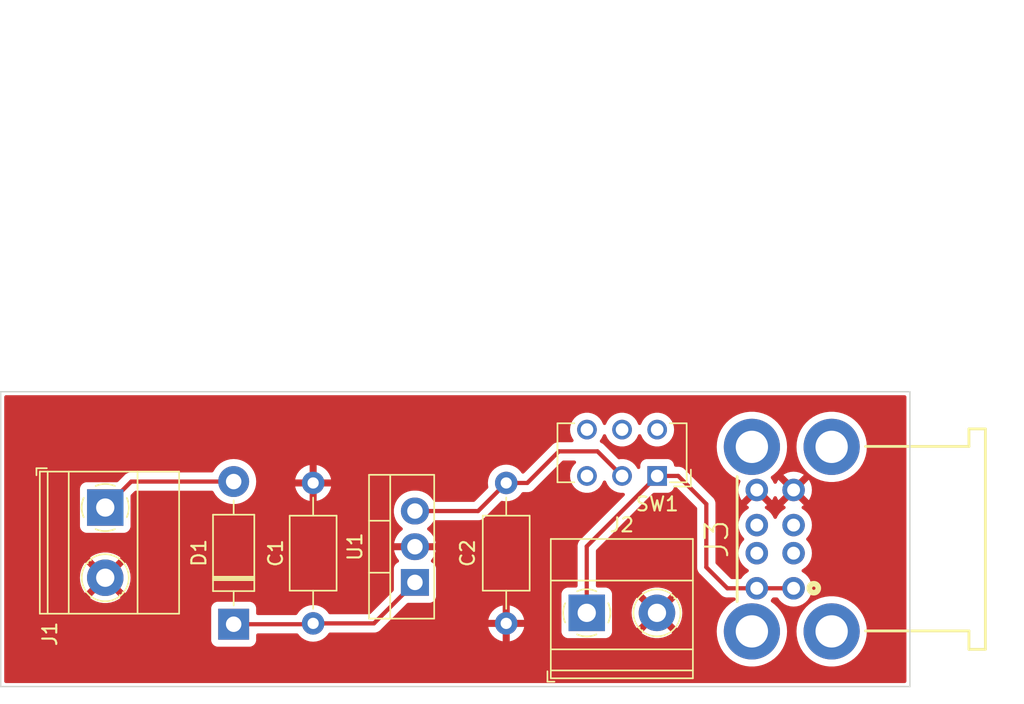
<source format=kicad_pcb>
(kicad_pcb (version 20221018) (generator pcbnew)
  (title_block (title "12V to 5V Converter") (date "2023-12-12") (rev "1.0") (company "Kartik Deshpande"))
  (layers (0 "F.Cu" signal) (31 "B.Cu" signal) (34 "B.Paste" user) (35 "F.Paste" user) (36 "B.SilkS" user "B.Silkscreen") (37 "F.SilkS" user "F.Silkscreen") (38 "B.Mask" user) (39 "F.Mask" user) (44 "Edge.Cuts" user))
  (net 0 "")
  (net 1 "Net-(D1-K)")
  (net 2 "GND")
  (net 3 "Net-(SW1-B)")
  (net 4 "Net-(D1-A)")
  (net 5 "Net-(J2-Pin_1)")
  (footprint "TerminalBlock_Phoenix:TerminalBlock_Phoenix_MKDS-1,5-2_1x02_P5.00mm_Horizontal" (layer "F.Cu") (at 141.985 98.25)
    (fp_text reference "J2" (at 2.5 -6.26) (layer "F.SilkS"))
    (fp_text value "Screw_Terminal_01x02")
    (fp_line (start -2.8 4.16) (end -2.8 4.9) (stroke (width 0.12)) (layer "F.SilkS"))
    (fp_line (start -2.8 4.9) (end -2.3 4.9) (stroke (width 0.12)) (layer "F.SilkS"))
    (fp_line (start -2.56 -5.261) (end -2.56 4.66) (stroke (width 0.12)) (layer "F.SilkS"))
    (fp_line (start -2.56 -5.261) (end 7.56 -5.261) (stroke (width 0.12)) (layer "F.SilkS"))
    (fp_line (start -2.56 -2.301) (end 7.56 -2.301) (stroke (width 0.12)) (layer "F.SilkS"))
    (fp_line (start -2.56 2.6) (end 7.56 2.6) (stroke (width 0.12)) (layer "F.SilkS"))
    (fp_line (start -2.56 4.1) (end 7.56 4.1) (stroke (width 0.12)) (layer "F.SilkS"))
    (fp_line (start -2.56 4.66) (end 7.56 4.66) (stroke (width 0.12)) (layer "F.SilkS"))
    (fp_line (start 3.773 1.023) (end 3.726 1.069) (stroke (width 0.12)) (layer "F.SilkS"))
    (fp_line (start 3.966 1.239) (end 3.931 1.274) (stroke (width 0.12)) (layer "F.SilkS"))
    (fp_line (start 6.07 -1.275) (end 6.035 -1.239) (stroke (width 0.12)) (layer "F.SilkS"))
    (fp_line (start 6.275 -1.069) (end 6.228 -1.023) (stroke (width 0.12)) (layer "F.SilkS"))
    (fp_line (start 7.56 -5.261) (end 7.56 4.66) (stroke (width 0.12)) (layer "F.SilkS"))
    (fp_arc (start -1.535427 0.683042) (mid -1.680501 -0.000524) (end -1.535 -0.684) (stroke (width 0.12)) (layer "F.SilkS"))
    (fp_arc (start -0.683042 -1.535427) (mid 0.000524 -1.680501) (end 0.684 -1.535) (stroke (width 0.12)) (layer "F.SilkS"))
    (fp_arc (start 0.028805 1.680253) (mid -0.335551 1.646659) (end -0.684 1.535) (stroke (width 0.12)) (layer "F.SilkS"))
    (fp_arc (start 0.683318 1.534756) (mid 0.349292 1.643288) (end 0 1.68) (stroke (width 0.12)) (layer "F.SilkS"))
    (fp_arc (start 1.535427 -0.683042) (mid 1.680501 0.000524) (end 1.535 0.684) (stroke (width 0.12)) (layer "F.SilkS"))
    (fp_circle (center 5 0) (end 6.68 0) (stroke (width 0.12)) (fill none) (layer "F.SilkS"))
    (pad "1" thru_hole rect (at 0 0) (size 2.6 2.6) (drill 1.3) (layers "*.Cu" "*.Mask") (net 5 "Net-(J2-Pin_1)"))
    (pad "2" thru_hole circle (at 5 0) (size 2.6 2.6) (drill 1.3) (layers "*.Cu" "*.Mask") (net 2 "GND"))
  )
  (footprint "TerminalBlock_Phoenix:TerminalBlock_Phoenix_MKDS-1,5-2_1x02_P5.00mm_Horizontal" (layer "F.Cu") (at 107.695 90.75 -90)
    (fp_text reference "J1" (at 9 3.945 -90) (layer "F.SilkS"))
    (fp_text value "Screw_Terminal_01x02")
    (fp_line (start -2.8 4.16) (end -2.8 4.9) (stroke (width 0.12)) (layer "F.SilkS"))
    (fp_line (start -2.8 4.9) (end -2.3 4.9) (stroke (width 0.12)) (layer "F.SilkS"))
    (fp_line (start -2.56 -5.261) (end -2.56 4.66) (stroke (width 0.12)) (layer "F.SilkS"))
    (fp_line (start -2.56 -5.261) (end 7.56 -5.261) (stroke (width 0.12)) (layer "F.SilkS"))
    (fp_line (start -2.56 -2.301) (end 7.56 -2.301) (stroke (width 0.12)) (layer "F.SilkS"))
    (fp_line (start -2.56 2.6) (end 7.56 2.6) (stroke (width 0.12)) (layer "F.SilkS"))
    (fp_line (start -2.56 4.1) (end 7.56 4.1) (stroke (width 0.12)) (layer "F.SilkS"))
    (fp_line (start -2.56 4.66) (end 7.56 4.66) (stroke (width 0.12)) (layer "F.SilkS"))
    (fp_line (start 3.773 1.023) (end 3.726 1.069) (stroke (width 0.12)) (layer "F.SilkS"))
    (fp_line (start 3.966 1.239) (end 3.931 1.274) (stroke (width 0.12)) (layer "F.SilkS"))
    (fp_line (start 6.07 -1.275) (end 6.035 -1.239) (stroke (width 0.12)) (layer "F.SilkS"))
    (fp_line (start 6.275 -1.069) (end 6.228 -1.023) (stroke (width 0.12)) (layer "F.SilkS"))
    (fp_line (start 7.56 -5.261) (end 7.56 4.66) (stroke (width 0.12)) (layer "F.SilkS"))
    (fp_arc (start -1.535427 0.683042) (mid -1.680501 -0.000524) (end -1.535 -0.684) (stroke (width 0.12)) (layer "F.SilkS"))
    (fp_arc (start -0.683042 -1.535427) (mid 0.000524 -1.680501) (end 0.684 -1.535) (stroke (width 0.12)) (layer "F.SilkS"))
    (fp_arc (start 0.028805 1.680253) (mid -0.335551 1.646659) (end -0.684 1.535) (stroke (width 0.12)) (layer "F.SilkS"))
    (fp_arc (start 0.683318 1.534756) (mid 0.349292 1.643288) (end 0 1.68) (stroke (width 0.12)) (layer "F.SilkS"))
    (fp_arc (start 1.535427 -0.683042) (mid 1.680501 0.000524) (end 1.535 0.684) (stroke (width 0.12)) (layer "F.SilkS"))
    (fp_circle (center 5 0) (end 6.68 0) (stroke (width 0.12)) (fill none) (layer "F.SilkS"))
    (pad "1" thru_hole rect (at 0 0 270) (size 2.6 2.6) (drill 1.3) (layers "*.Cu" "*.Mask") (net 4 "Net-(D1-A)"))
    (pad "2" thru_hole circle (at 5 0 270) (size 2.6 2.6) (drill 1.3) (layers "*.Cu" "*.Mask") (net 2 "GND"))
  )
  (footprint "USB1035-XX-X-X-X-B_REVE:GCT_USB1035-XX-X-X-X-B_REVE" (layer "F.Cu") (at 159.4253 93 90)
    (fp_text reference "J3" (at 0 -8.1753 90) (layer "F.SilkS") (effects (font (size 1.600598 1.600598))))
    (fp_text value "USB1035-XX-X-X-X-B_REVE")
    (fp_line (start -7.8486 9.779) (end -6.536 9.779) (stroke (width 0.2)) (layer "F.SilkS"))
    (fp_line (start -7.8486 10.9474) (end -7.8486 9.779) (stroke (width 0.2)) (layer "F.SilkS"))
    (fp_line (start -7.8486 10.9474) (end 7.8486 10.9474) (stroke (width 0.2)) (layer "F.SilkS"))
    (fp_line (start -6.536 9.779) (end -6.536 2.413) (stroke (width 0.2)) (layer "F.SilkS"))
    (fp_line (start -4.445 -6.731) (end 4.445 -6.731) (stroke (width 0.2)) (layer "F.SilkS"))
    (fp_line (start 6.604 9.779) (end 6.604 2.413) (stroke (width 0.2)) (layer "F.SilkS"))
    (fp_line (start 6.604 9.779) (end 7.8486 9.779) (stroke (width 0.2)) (layer "F.SilkS"))
    (fp_line (start 7.8486 10.9474) (end 7.8486 9.779) (stroke (width 0.2)) (layer "F.SilkS"))
    (fp_circle (center -3.49544 -1.27) (end -3.37544 -1.27) (stroke (width 0.4)) (fill none) (layer "F.SilkS"))
    (pad "1A" thru_hole circle (at -3.5 -5.33 90) (size 1.6 1.6) (drill 0.92) (layers "*.Cu" "*.Mask") (net 5 "Net-(J2-Pin_1)"))
    (pad "1B" thru_hole circle (at -3.5 -2.71 90) (size 1.6 1.6) (drill 0.92) (layers "*.Cu" "*.Mask") (net 5 "Net-(J2-Pin_1)"))
    (pad "2A" thru_hole circle (at -1 -5.33 90) (size 1.6 1.6) (drill 0.92) (layers "*.Cu" "*.Mask"))
    (pad "2B" thru_hole circle (at -1 -2.71 90) (size 1.6 1.6) (drill 0.92) (layers "*.Cu" "*.Mask"))
    (pad "3A" thru_hole circle (at 1 -5.33 90) (size 1.6 1.6) (drill 0.92) (layers "*.Cu" "*.Mask"))
    (pad "3B" thru_hole circle (at 1 -2.71 90) (size 1.6 1.6) (drill 0.92) (layers "*.Cu" "*.Mask"))
    (pad "4A" thru_hole circle (at 3.5 -5.33 90) (size 1.6 1.6) (drill 0.92) (layers "*.Cu" "*.Mask") (net 2 "GND"))
    (pad "4B" thru_hole circle (at 3.5 -2.71 90) (size 1.6 1.6) (drill 0.92) (layers "*.Cu" "*.Mask") (net 2 "GND"))
    (pad "9" thru_hole circle (at -6.57 0 90) (size 4 4) (drill 2.3) (layers "*.Cu" "*.Mask"))
    (pad "10" thru_hole circle (at 6.57 0 90) (size 4 4) (drill 2.3) (layers "*.Cu" "*.Mask"))
    (pad "11" thru_hole circle (at -6.57 -5.68 90) (size 4 4) (drill 2.3) (layers "*.Cu" "*.Mask"))
    (pad "12" thru_hole circle (at 6.57 -5.68 90) (size 4 4) (drill 2.3) (layers "*.Cu" "*.Mask"))
  )
  (footprint "Capacitor_THT:C_Axial_L5.1mm_D3.1mm_P10.00mm_Horizontal" (layer "F.Cu") (at 122.5 99 90)
    (fp_text reference "C1" (at 5 -2.67 90) (layer "F.SilkS"))
    (fp_text value "470uF")
    (fp_line (start 1.04 0) (end 2.33 0) (stroke (width 0.12)) (layer "F.SilkS"))
    (fp_line (start 2.33 -1.67) (end 2.33 1.67) (stroke (width 0.12)) (layer "F.SilkS"))
    (fp_line (start 2.33 1.67) (end 7.67 1.67) (stroke (width 0.12)) (layer "F.SilkS"))
    (fp_line (start 7.67 -1.67) (end 2.33 -1.67) (stroke (width 0.12)) (layer "F.SilkS"))
    (fp_line (start 7.67 1.67) (end 7.67 -1.67) (stroke (width 0.12)) (layer "F.SilkS"))
    (fp_line (start 8.96 0) (end 7.67 0) (stroke (width 0.12)) (layer "F.SilkS"))
    (pad "1" thru_hole circle (at 0 0 90) (size 1.6 1.6) (drill 0.8) (layers "*.Cu" "*.Mask") (net 1 "Net-(D1-K)"))
    (pad "2" thru_hole oval (at 10 0 90) (size 1.6 1.6) (drill 0.8) (layers "*.Cu" "*.Mask") (net 2 "GND"))
  )
  (footprint "Button_Switch_THT:SW_CuK_JS202011AQN_DPDT_Angled" (layer "F.Cu") (at 147 88.5 180)
    (fp_text reference "SW1" (at 0 -2) (layer "F.SilkS"))
    (fp_text value "SW_SPDT")
    (fp_line (start -2.4 -0.75) (end -2.4 0.45) (stroke (width 0.12)) (layer "F.SilkS"))
    (fp_line (start -2.1 -0.45) (end -2.1 3.75) (stroke (width 0.12)) (layer "F.SilkS"))
    (fp_line (start -2.1 3.75) (end -0.9 3.75) (stroke (width 0.12)) (layer "F.SilkS"))
    (fp_line (start -1.2 -0.75) (end -2.4 -0.75) (stroke (width 0.12)) (layer "F.SilkS"))
    (fp_line (start -0.9 -0.45) (end -2.1 -0.45) (stroke (width 0.12)) (layer "F.SilkS"))
    (fp_line (start 5.9 -0.45) (end 7.1 -0.45) (stroke (width 0.12)) (layer "F.SilkS"))
    (fp_line (start 7.1 -0.45) (end 7.1 3.75) (stroke (width 0.12)) (layer "F.SilkS"))
    (fp_line (start 7.1 3.75) (end 5.9 3.75) (stroke (width 0.12)) (layer "F.SilkS"))
    (pad "1" thru_hole rect (at 0 0 180) (size 1.4 1.4) (drill 0.9) (layers "*.Cu" "*.Mask") (net 5 "Net-(J2-Pin_1)"))
    (pad "2" thru_hole circle (at 2.5 0 180) (size 1.4 1.4) (drill 0.9) (layers "*.Cu" "*.Mask") (net 3 "Net-(SW1-B)"))
    (pad "3" thru_hole circle (at 5 0 180) (size 1.4 1.4) (drill 0.9) (layers "*.Cu" "*.Mask"))
    (pad "4" thru_hole circle (at 0 3.3 180) (size 1.4 1.4) (drill 0.9) (layers "*.Cu" "*.Mask"))
    (pad "5" thru_hole circle (at 2.5 3.3 180) (size 1.4 1.4) (drill 0.9) (layers "*.Cu" "*.Mask"))
    (pad "6" thru_hole circle (at 5 3.3 180) (size 1.4 1.4) (drill 0.9) (layers "*.Cu" "*.Mask"))
  )
  (footprint "Package_TO_SOT_THT:TO-220-3_Vertical" (layer "F.Cu") (at 129.75 96.08 90)
    (fp_text reference "U1" (at 2.54 -4.27 90) (layer "F.SilkS"))
    (fp_text value "LM7805_TO220")
    (fp_line (start -2.58 -3.27) (end -2.58 1.371) (stroke (width 0.12)) (layer "F.SilkS"))
    (fp_line (start -2.58 -3.27) (end 7.66 -3.27) (stroke (width 0.12)) (layer "F.SilkS"))
    (fp_line (start -2.58 -1.76) (end 7.66 -1.76) (stroke (width 0.12)) (layer "F.SilkS"))
    (fp_line (start -2.58 1.371) (end 7.66 1.371) (stroke (width 0.12)) (layer "F.SilkS"))
    (fp_line (start 0.69 -3.27) (end 0.69 -1.76) (stroke (width 0.12)) (layer "F.SilkS"))
    (fp_line (start 4.391 -3.27) (end 4.391 -1.76) (stroke (width 0.12)) (layer "F.SilkS"))
    (fp_line (start 7.66 -3.27) (end 7.66 1.371) (stroke (width 0.12)) (layer "F.SilkS"))
    (pad "1" thru_hole rect (at 0 0 90) (size 1.905 2) (drill 1.1) (layers "*.Cu" "*.Mask") (net 1 "Net-(D1-K)"))
    (pad "2" thru_hole oval (at 2.54 0 90) (size 1.905 2) (drill 1.1) (layers "*.Cu" "*.Mask") (net 2 "GND"))
    (pad "3" thru_hole oval (at 5.08 0 90) (size 1.905 2) (drill 1.1) (layers "*.Cu" "*.Mask") (net 3 "Net-(SW1-B)"))
  )
  (footprint "Diode_THT:D_DO-41_SOD81_P10.16mm_Horizontal" (layer "F.Cu") (at 116.84 99.06 90)
    (fp_text reference "D1" (at 5.08 -2.47 90) (layer "F.SilkS"))
    (fp_text value "1N4007")
    (fp_line (start 1.34 0) (end 2.36 0) (stroke (width 0.12)) (layer "F.SilkS"))
    (fp_line (start 2.36 -1.47) (end 2.36 1.47) (stroke (width 0.12)) (layer "F.SilkS"))
    (fp_line (start 2.36 1.47) (end 7.8 1.47) (stroke (width 0.12)) (layer "F.SilkS"))
    (fp_line (start 3.14 -1.47) (end 3.14 1.47) (stroke (width 0.12)) (layer "F.SilkS"))
    (fp_line (start 3.26 -1.47) (end 3.26 1.47) (stroke (width 0.12)) (layer "F.SilkS"))
    (fp_line (start 3.38 -1.47) (end 3.38 1.47) (stroke (width 0.12)) (layer "F.SilkS"))
    (fp_line (start 7.8 -1.47) (end 2.36 -1.47) (stroke (width 0.12)) (layer "F.SilkS"))
    (fp_line (start 7.8 1.47) (end 7.8 -1.47) (stroke (width 0.12)) (layer "F.SilkS"))
    (fp_line (start 8.82 0) (end 7.8 0) (stroke (width 0.12)) (layer "F.SilkS"))
    (pad "1" thru_hole rect (at 0 0 90) (size 2.2 2.2) (drill 1.1) (layers "*.Cu" "*.Mask") (net 1 "Net-(D1-K)"))
    (pad "2" thru_hole oval (at 10.16 0 90) (size 2.2 2.2) (drill 1.1) (layers "*.Cu" "*.Mask") (net 4 "Net-(D1-A)"))
  )
  (footprint "Capacitor_THT:C_Axial_L5.1mm_D3.1mm_P10.00mm_Horizontal" (layer "F.Cu") (at 136.25 89 -90)
    (fp_text reference "C2" (at 5 2.75 90) (layer "F.SilkS"))
    (fp_text value "1uF")
    (fp_line (start 1.04 0) (end 2.33 0) (stroke (width 0.12)) (layer "F.SilkS"))
    (fp_line (start 2.33 -1.67) (end 2.33 1.67) (stroke (width 0.12)) (layer "F.SilkS"))
    (fp_line (start 2.33 1.67) (end 7.67 1.67) (stroke (width 0.12)) (layer "F.SilkS"))
    (fp_line (start 7.67 -1.67) (end 2.33 -1.67) (stroke (width 0.12)) (layer "F.SilkS"))
    (fp_line (start 7.67 1.67) (end 7.67 -1.67) (stroke (width 0.12)) (layer "F.SilkS"))
    (fp_line (start 8.96 0) (end 7.67 0) (stroke (width 0.12)) (layer "F.SilkS"))
    (pad "1" thru_hole circle (at 0 0 270) (size 1.6 1.6) (drill 0.8) (layers "*.Cu" "*.Mask") (net 3 "Net-(SW1-B)"))
    (pad "2" thru_hole oval (at 10 0 270) (size 1.6 1.6) (drill 0.8) (layers "*.Cu" "*.Mask") (net 2 "GND"))
  )
  (gr_line (start 100.25 103.5) (end 100.25 82.5) (stroke (width 0.1)) (layer "Edge.Cuts"))
  (gr_line (start 100.25 82.5) (end 165 82.5) (stroke (width 0.1)) (layer "Edge.Cuts"))
  (gr_line (start 165 82.5) (end 165 103.5) (stroke (width 0.1)) (layer "Edge.Cuts"))
  (gr_line (start 165 103.5) (end 100.25 103.5) (stroke (width 0.1)) (layer "Edge.Cuts"))
  (segment (start 116.84 99.06) (end 122.44 99.06) (width 0.3) (layer "F.Cu") (net 1))
  (segment (start 122.5 99) (end 126.83 99) (width 0.3) (layer "F.Cu") (net 1))
  (segment (start 122.44 99.06) (end 122.5 99) (width 0.25) (layer "F.Cu") (net 1))
  (segment (start 126.83 99) (end 129.75 96.08) (width 0.3) (layer "F.Cu") (net 1))
  (segment (start 136.25 89) (end 137.75 89) (width 0.3) (layer "F.Cu") (net 3))
  (segment (start 142.75 86.75) (end 144.5 88.5) (width 0.3) (layer "F.Cu") (net 3))
  (segment (start 137.75 89) (end 140 86.75) (width 0.3) (layer "F.Cu") (net 3))
  (segment (start 140 86.75) (end 142.75 86.75) (width 0.3) (layer "F.Cu") (net 3))
  (segment (start 134.25 91) (end 136.25 89) (width 0.3) (layer "F.Cu") (net 3))
  (segment (start 129.75 91) (end 134.25 91) (width 0.3) (layer "F.Cu") (net 3))
  (segment (start 116.84 88.9) (end 109.545 88.9) (width 0.3) (layer "F.Cu") (net 4))
  (segment (start 109.545 88.9) (end 107.695 90.75) (width 0.3) (layer "F.Cu") (net 4))
  (segment (start 141.985 98.25) (end 141.985 93.515) (width 0.3) (layer "F.Cu") (net 5))
  (segment (start 152 96.5) (end 154.0953 96.5) (width 0.3) (layer "F.Cu") (net 5))
  (segment (start 150.5 95) (end 152 96.5) (width 0.3) (layer "F.Cu") (net 5))
  (segment (start 148.5 88.5) (end 150.5 90.5) (width 0.3) (layer "F.Cu") (net 5))
  (segment (start 154.0953 96.5) (end 156.7153 96.5) (width 0.3) (layer "F.Cu") (net 5))
  (segment (start 141.985 93.515) (end 147 88.5) (width 0.3) (layer "F.Cu") (net 5))
  (segment (start 150.5 90.5) (end 150.5 95) (width 0.3) (layer "F.Cu") (net 5))
  (segment (start 147 88.5) (end 148.5 88.5) (width 0.3) (layer "F.Cu") (net 5))
  (zone (net 2) (net_name "GND") (layer "F.Cu") (connect_pads (clearance 0.5)) (min_thickness 0.25) (fill yes (thermal_gap 0.5) (thermal_bridge_width 0.5))
    (polygon (pts (xy 100.5 82.75) (xy 164.75 82.75) (xy 164.75 103.25) (xy 100.5 103.25)))
  )
)
</source>
